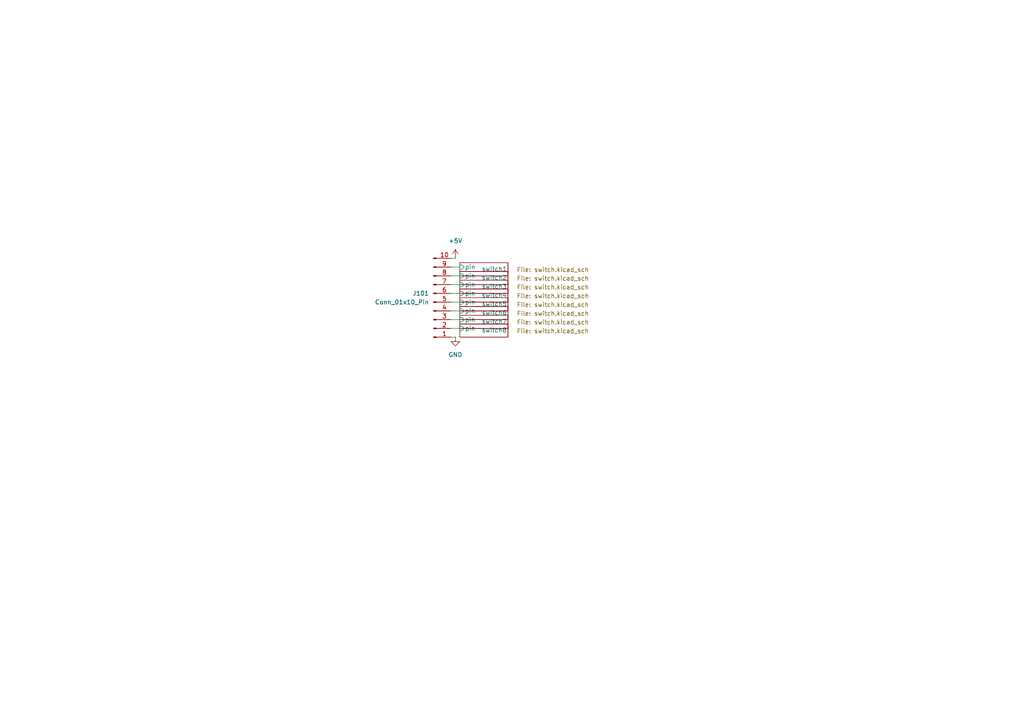
<source format=kicad_sch>
(kicad_sch (version 20231120) (generator "eeschema") (generator_version "8.0")
  (paper "A4")
  (lib_symbols
    (symbol "Connector:Conn_01x10_Pin" (pin_names (offset 1.016) hide)
      (property "Reference" "J" (at 0 12.7 0))
      (property "Value" "Conn_01x10_Pin" (at 0 -15.24 0))
      (symbol "Conn_01x10_Pin_1_1"
        (polyline (pts (xy 1.27 -12.7) (xy 0.8636 -12.7)) (stroke (width 0.1524)))
        (polyline (pts (xy 1.27 -10.16) (xy 0.8636 -10.16)) (stroke (width 0.1524)))
        (polyline (pts (xy 1.27 -7.62) (xy 0.8636 -7.62)) (stroke (width 0.1524)))
        (polyline (pts (xy 1.27 -5.08) (xy 0.8636 -5.08)) (stroke (width 0.1524)))
        (polyline (pts (xy 1.27 -2.54) (xy 0.8636 -2.54)) (stroke (width 0.1524)))
        (polyline (pts (xy 1.27 0) (xy 0.8636 0)) (stroke (width 0.1524)))
        (polyline (pts (xy 1.27 2.54) (xy 0.8636 2.54)) (stroke (width 0.1524)))
        (polyline (pts (xy 1.27 5.08) (xy 0.8636 5.08)) (stroke (width 0.1524)))
        (polyline (pts (xy 1.27 7.62) (xy 0.8636 7.62)) (stroke (width 0.1524)))
        (polyline (pts (xy 1.27 10.16) (xy 0.8636 10.16)) (stroke (width 0.1524)))
        (rectangle (start 0.8636 -12.573) (end 0 -12.827) (stroke (width 0.1524)) (fill (type outline)))
        (rectangle (start 0.8636 -10.033) (end 0 -10.287) (stroke (width 0.1524)) (fill (type outline)))
        (rectangle (start 0.8636 -7.493) (end 0 -7.747) (stroke (width 0.1524)) (fill (type outline)))
        (rectangle (start 0.8636 -4.953) (end 0 -5.207) (stroke (width 0.1524)) (fill (type outline)))
        (rectangle (start 0.8636 -2.413) (end 0 -2.667) (stroke (width 0.1524)) (fill (type outline)))
        (rectangle (start 0.8636 0.127) (end 0 -0.127) (stroke (width 0.1524)) (fill (type outline)))
        (rectangle (start 0.8636 2.667) (end 0 2.413) (stroke (width 0.1524)) (fill (type outline)))
        (rectangle (start 0.8636 5.207) (end 0 4.953) (stroke (width 0.1524)) (fill (type outline)))
        (rectangle (start 0.8636 7.747) (end 0 7.493) (stroke (width 0.1524)) (fill (type outline)))
        (rectangle (start 0.8636 10.287) (end 0 10.033) (stroke (width 0.1524)) (fill (type outline)))
        (pin passive line (at 5.08 10.16 180) (length 3.81) (name "Pin_1") (number "1"))
        (pin passive line (at 5.08 -12.7 180) (length 3.81) (name "Pin_10") (number "10"))
        (pin passive line (at 5.08 7.62 180) (length 3.81) (name "Pin_2") (number "2"))
        (pin passive line (at 5.08 5.08 180) (length 3.81) (name "Pin_3") (number "3"))
        (pin passive line (at 5.08 2.54 180) (length 3.81) (name "Pin_4") (number "4"))
        (pin passive line (at 5.08 0 180) (length 3.81) (name "Pin_5") (number "5"))
        (pin passive line (at 5.08 -2.54 180) (length 3.81) (name "Pin_6") (number "6"))
        (pin passive line (at 5.08 -5.08 180) (length 3.81) (name "Pin_7") (number "7"))
        (pin passive line (at 5.08 -7.62 180) (length 3.81) (name "Pin_8") (number "8"))
        (pin passive line (at 5.08 -10.16 180) (length 3.81) (name "Pin_9") (number "9"))
      )
    )
    (symbol "power:+5V" (power) (pin_numbers hide) (pin_names (offset 0) hide)
      (property "Value" "+5V" (at 0 3.556 0))
      (symbol "+5V_0_1"
        (polyline (pts (xy -0.762 1.27) (xy 0 2.54)))
        (polyline (pts (xy 0 0) (xy 0 2.54)))
        (polyline (pts (xy 0 2.54) (xy 0.762 1.27)))
      )
      (symbol "+5V_1_1"
        (pin power_in line (at 0 0 90) (length 0) (name "~") (number "1"))
      )
    )
    (symbol "power:GND" (power) (pin_numbers hide) (pin_names (offset 0) hide)
      (property "Value" "GND" (at 0 -3.81 0))
      (symbol "GND_0_1"
        (polyline (pts (xy 0 0) (xy 0 -1.27) (xy 1.27 -1.27) (xy 0 -2.54) (xy -1.27 -1.27) (xy 0 -1.27)))
      )
      (symbol "GND_1_1"
        (pin power_in line (at 0 0 270) (length 0) (name "~") (number "1"))
      )
    )
  )
  (wire (pts (xy 130.81 77.47) (xy 133.35 77.47)))
  (wire (pts (xy 130.81 87.63) (xy 133.35 87.63)))
  (wire (pts (xy 130.81 74.93) (xy 132.08 74.93)))
  (wire (pts (xy 130.81 85.09) (xy 133.35 85.09)))
  (wire (pts (xy 130.81 82.55) (xy 133.35 82.55)))
  (wire (pts (xy 130.81 92.71) (xy 133.35 92.71)))
  (wire (pts (xy 130.81 95.25) (xy 133.35 95.25)))
  (wire (pts (xy 130.81 80.01) (xy 133.35 80.01)))
  (wire (pts (xy 130.81 90.17) (xy 133.35 90.17)))
  (wire (pts (xy 130.81 97.79) (xy 132.08 97.79)))
  (symbol (lib_id "power:+5V") (at 132.08 74.93 0) (unit 1)
    (property "Reference" "#PWR0101" (effects (hide yes)))
    (property "Value" "+5V" (at 132.08 69.85 0))
    (property "Description" "Power symbol creates a global label with name \"+5V\"" (effects (hide yes)))
  )
  (symbol (lib_id "power:GND") (at 132.08 97.79 0) (unit 1)
    (property "Reference" "#PWR0102" (effects (hide yes)))
    (property "Value" "GND" (at 132.08 102.87 0))
    (property "Description" "Power symbol creates a global label with name \"GND\" , ground" (effects (hide yes)))
  )
  (symbol (lib_id "Connector:Conn_01x10_Pin") (at 125.73 87.63 0) (mirror x) (unit 1)
    (property "Reference" "J101" (at 124.46 85.0899 0) (effects (justify right)))
    (property "Value" "Conn_01x10_Pin" (at 124.46 87.6299 0) (effects (justify right)))
    (property "Footprint" "Connector_JST:JST_SH_SM10B-SRSS-TB_1x10-1MP_P1.00mm_Horizontal" (effects (hide yes)))
    (property "Description" "Generic connector, single row, 01x10, script generated" (effects (hide yes)))
  )
  (sheet (at 133.35 81.28) (size 13.97 3.81) (stroke (width 0.1524))
    (property "Sheetname" "switch3" (at 139.7 83.82 0) (effects (justify left bottom)))
    (property "Sheetfile" "switch.kicad_sch" (at 149.86 82.55 0) (effects (justify left top)))
    (pin "pin" input (at 133.35 82.55 180))
  )
  (sheet (at 133.35 83.82) (size 13.97 3.81) (stroke (width 0.1524))
    (property "Sheetname" "switch4" (at 139.7 86.36 0) (effects (justify left bottom)))
    (property "Sheetfile" "switch.kicad_sch" (at 149.86 85.09 0) (effects (justify left top)))
    (pin "pin" input (at 133.35 85.09 180))
  )
  (sheet (at 133.35 78.74) (size 13.97 3.81) (stroke (width 0.1524))
    (property "Sheetname" "switch2" (at 139.7 81.28 0) (effects (justify left bottom)))
    (property "Sheetfile" "switch.kicad_sch" (at 149.86 80.01 0) (effects (justify left top)))
    (pin "pin" input (at 133.35 80.01 180))
  )
  (sheet (at 133.35 91.44) (size 13.97 3.81) (stroke (width 0.1524))
    (property "Sheetname" "switch7" (at 139.7 93.98 0) (effects (justify left bottom)))
    (property "Sheetfile" "switch.kicad_sch" (at 149.86 92.71 0) (effects (justify left top)))
    (pin "pin" input (at 133.35 92.71 180))
  )
  (sheet (at 133.35 86.36) (size 13.97 3.81) (stroke (width 0.1524))
    (property "Sheetname" "switch5" (at 139.7 88.9 0) (effects (justify left bottom)))
    (property "Sheetfile" "switch.kicad_sch" (at 149.86 87.63 0) (effects (justify left top)))
    (pin "pin" input (at 133.35 87.63 180))
  )
  (sheet (at 133.35 93.98) (size 13.97 3.81) (stroke (width 0.1524))
    (property "Sheetname" "switch8" (at 139.7 96.52 0) (effects (justify left bottom)))
    (property "Sheetfile" "switch.kicad_sch" (at 149.86 95.25 0) (effects (justify left top)))
    (pin "pin" input (at 133.35 95.25 180))
  )
  (sheet (at 133.35 76.2) (size 13.97 3.81) (stroke (width 0.1524))
    (property "Sheetname" "switch1" (at 139.7 78.74 0) (effects (justify left bottom)))
    (property "Sheetfile" "switch.kicad_sch" (at 149.86 77.47 0) (effects (justify left top)))
    (pin "pin" input (at 133.35 77.47 180))
  )
  (sheet (at 133.35 88.9) (size 13.97 3.81) (stroke (width 0.1524))
    (property "Sheetname" "switch6" (at 139.7 91.44 0) (effects (justify left bottom)))
    (property "Sheetfile" "switch.kicad_sch" (at 149.86 90.17 0) (effects (justify left top)))
    (pin "pin" input (at 133.35 90.17 180))
  )
)
</source>
